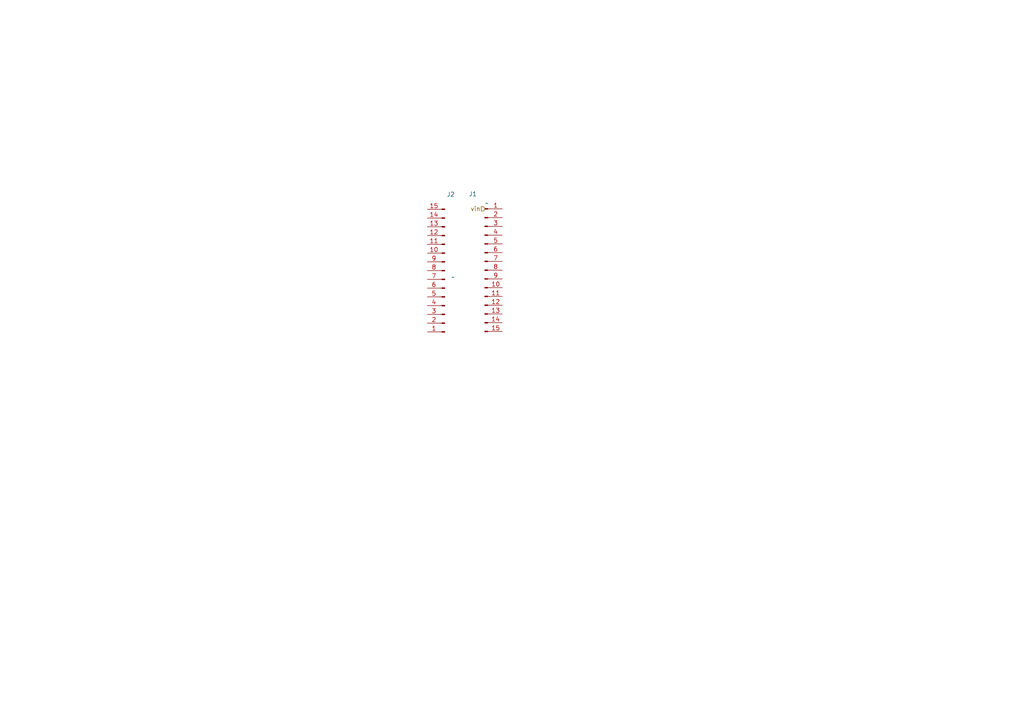
<source format=kicad_sch>
(kicad_sch (version 20230121) (generator eeschema)
  (paper "A4")
  (lib_symbols
    (symbol "Connector:Conn_01x15_Pin" (pin_names (offset 1.016) hide)
      (property "Reference" "J" (at 0 20.32 0))
      (property "Value" "Conn_01x15_Pin" (at 0 -20.32 0))
      (symbol "Conn_01x15_Pin_1_1"
        (polyline (pts (xy 1.27 -17.78) (xy 0.8636 -17.78)) (stroke (width 0.1524)))
        (polyline (pts (xy 1.27 -15.24) (xy 0.8636 -15.24)) (stroke (width 0.1524)))
        (polyline (pts (xy 1.27 -12.7) (xy 0.8636 -12.7)) (stroke (width 0.1524)))
        (polyline (pts (xy 1.27 -10.16) (xy 0.8636 -10.16)) (stroke (width 0.1524)))
        (polyline (pts (xy 1.27 -7.62) (xy 0.8636 -7.62)) (stroke (width 0.1524)))
        (polyline (pts (xy 1.27 -5.08) (xy 0.8636 -5.08)) (stroke (width 0.1524)))
        (polyline (pts (xy 1.27 -2.54) (xy 0.8636 -2.54)) (stroke (width 0.1524)))
        (polyline (pts (xy 1.27 0) (xy 0.8636 0)) (stroke (width 0.1524)))
        (polyline (pts (xy 1.27 2.54) (xy 0.8636 2.54)) (stroke (width 0.1524)))
        (polyline (pts (xy 1.27 5.08) (xy 0.8636 5.08)) (stroke (width 0.1524)))
        (polyline (pts (xy 1.27 7.62) (xy 0.8636 7.62)) (stroke (width 0.1524)))
        (polyline (pts (xy 1.27 10.16) (xy 0.8636 10.16)) (stroke (width 0.1524)))
        (polyline (pts (xy 1.27 12.7) (xy 0.8636 12.7)) (stroke (width 0.1524)))
        (polyline (pts (xy 1.27 15.24) (xy 0.8636 15.24)) (stroke (width 0.1524)))
        (polyline (pts (xy 1.27 17.78) (xy 0.8636 17.78)) (stroke (width 0.1524)))
        (rectangle (start 0.8636 -17.653) (end 0 -17.907) (stroke (width 0.1524)) (fill (type outline)))
        (rectangle (start 0.8636 -15.113) (end 0 -15.367) (stroke (width 0.1524)) (fill (type outline)))
        (rectangle (start 0.8636 -12.573) (end 0 -12.827) (stroke (width 0.1524)) (fill (type outline)))
        (rectangle (start 0.8636 -10.033) (end 0 -10.287) (stroke (width 0.1524)) (fill (type outline)))
        (rectangle (start 0.8636 -7.493) (end 0 -7.747) (stroke (width 0.1524)) (fill (type outline)))
        (rectangle (start 0.8636 -4.953) (end 0 -5.207) (stroke (width 0.1524)) (fill (type outline)))
        (rectangle (start 0.8636 -2.413) (end 0 -2.667) (stroke (width 0.1524)) (fill (type outline)))
        (rectangle (start 0.8636 0.127) (end 0 -0.127) (stroke (width 0.1524)) (fill (type outline)))
        (rectangle (start 0.8636 2.667) (end 0 2.413) (stroke (width 0.1524)) (fill (type outline)))
        (rectangle (start 0.8636 5.207) (end 0 4.953) (stroke (width 0.1524)) (fill (type outline)))
        (rectangle (start 0.8636 7.747) (end 0 7.493) (stroke (width 0.1524)) (fill (type outline)))
        (rectangle (start 0.8636 10.287) (end 0 10.033) (stroke (width 0.1524)) (fill (type outline)))
        (rectangle (start 0.8636 12.827) (end 0 12.573) (stroke (width 0.1524)) (fill (type outline)))
        (rectangle (start 0.8636 15.367) (end 0 15.113) (stroke (width 0.1524)) (fill (type outline)))
        (rectangle (start 0.8636 17.907) (end 0 17.653) (stroke (width 0.1524)) (fill (type outline)))
        (pin passive line (at 5.08 17.78 180) (length 3.81) (name "Pin_1") (number "1"))
        (pin passive line (at 5.08 -5.08 180) (length 3.81) (name "Pin_10") (number "10"))
        (pin passive line (at 5.08 -7.62 180) (length 3.81) (name "Pin_11") (number "11"))
        (pin passive line (at 5.08 -10.16 180) (length 3.81) (name "Pin_12") (number "12"))
        (pin passive line (at 5.08 -12.7 180) (length 3.81) (name "Pin_13") (number "13"))
        (pin passive line (at 5.08 -15.24 180) (length 3.81) (name "Pin_14") (number "14"))
        (pin passive line (at 5.08 -17.78 180) (length 3.81) (name "Pin_15") (number "15"))
        (pin passive line (at 5.08 15.24 180) (length 3.81) (name "Pin_2") (number "2"))
        (pin passive line (at 5.08 12.7 180) (length 3.81) (name "Pin_3") (number "3"))
        (pin passive line (at 5.08 10.16 180) (length 3.81) (name "Pin_4") (number "4"))
        (pin passive line (at 5.08 7.62 180) (length 3.81) (name "Pin_5") (number "5"))
        (pin passive line (at 5.08 5.08 180) (length 3.81) (name "Pin_6") (number "6"))
        (pin passive line (at 5.08 2.54 180) (length 3.81) (name "Pin_7") (number "7"))
        (pin passive line (at 5.08 0 180) (length 3.81) (name "Pin_8") (number "8"))
        (pin passive line (at 5.08 -2.54 180) (length 3.81) (name "Pin_9") (number "9"))
      )
    )
  )
  (hierarchical_label "vin" (shape input) (at 140.843 60.579 180))
  (symbol (lib_id "Connector:Conn_01x15_Pin") (at 140.589 78.359 0) (unit 1)
    (property "Reference" "J1" (at 137.16 56.261 0))
    (property "Value" "~" (at 141.224 58.928 0))
    (property "Footprint" "Connector_AMASS:AMASS_XT30PW-M_1x02_P2.50mm_Horizontal" (effects hide))
  )
  (symbol (lib_id "Connector:Conn_01x15_Pin") (at 129.032 78.486 180) (unit 1)
    (property "Reference" "J2" (at 129.54 56.388 0) (effects (justify right)))
    (property "Value" "~" (at 130.81 80.391 0) (effects (justify right)))
  )
)
</source>
